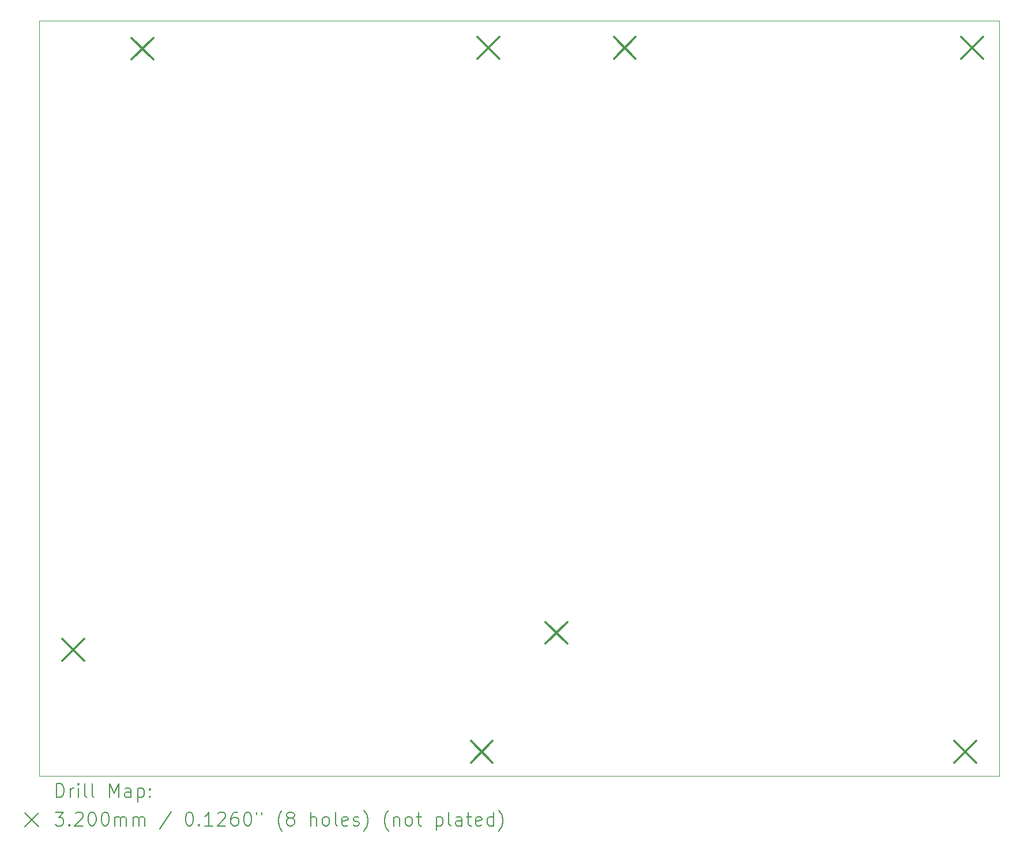
<source format=gbr>
%TF.GenerationSoftware,KiCad,Pcbnew,8.0.2-1*%
%TF.CreationDate,2024-05-10T10:04:37+02:00*%
%TF.ProjectId,sensei,73656e73-6569-42e6-9b69-6361645f7063,rev?*%
%TF.SameCoordinates,Original*%
%TF.FileFunction,Drillmap*%
%TF.FilePolarity,Positive*%
%FSLAX45Y45*%
G04 Gerber Fmt 4.5, Leading zero omitted, Abs format (unit mm)*
G04 Created by KiCad (PCBNEW 8.0.2-1) date 2024-05-10 10:04:37*
%MOMM*%
%LPD*%
G01*
G04 APERTURE LIST*
%ADD10C,0.100000*%
%ADD11C,0.200000*%
%ADD12C,0.320000*%
G04 APERTURE END LIST*
D10*
X5000000Y-5000000D02*
X19100000Y-5000000D01*
X19100000Y-16100000D01*
X5000000Y-16100000D01*
X5000000Y-5000000D01*
D11*
D12*
X5340000Y-14090000D02*
X5660000Y-14410000D01*
X5660000Y-14090000D02*
X5340000Y-14410000D01*
X6360000Y-5254000D02*
X6680000Y-5574000D01*
X6680000Y-5254000D02*
X6360000Y-5574000D01*
X11340000Y-15590000D02*
X11660000Y-15910000D01*
X11660000Y-15590000D02*
X11340000Y-15910000D01*
X11440000Y-5240000D02*
X11760000Y-5560000D01*
X11760000Y-5240000D02*
X11440000Y-5560000D01*
X12440000Y-13840000D02*
X12760000Y-14160000D01*
X12760000Y-13840000D02*
X12440000Y-14160000D01*
X13440000Y-5240000D02*
X13760000Y-5560000D01*
X13760000Y-5240000D02*
X13440000Y-5560000D01*
X18440000Y-15590000D02*
X18760000Y-15910000D01*
X18760000Y-15590000D02*
X18440000Y-15910000D01*
X18540000Y-5240000D02*
X18860000Y-5560000D01*
X18860000Y-5240000D02*
X18540000Y-5560000D01*
D11*
X5255777Y-16416484D02*
X5255777Y-16216484D01*
X5255777Y-16216484D02*
X5303396Y-16216484D01*
X5303396Y-16216484D02*
X5331967Y-16226008D01*
X5331967Y-16226008D02*
X5351015Y-16245055D01*
X5351015Y-16245055D02*
X5360539Y-16264103D01*
X5360539Y-16264103D02*
X5370063Y-16302198D01*
X5370063Y-16302198D02*
X5370063Y-16330769D01*
X5370063Y-16330769D02*
X5360539Y-16368865D01*
X5360539Y-16368865D02*
X5351015Y-16387912D01*
X5351015Y-16387912D02*
X5331967Y-16406960D01*
X5331967Y-16406960D02*
X5303396Y-16416484D01*
X5303396Y-16416484D02*
X5255777Y-16416484D01*
X5455777Y-16416484D02*
X5455777Y-16283150D01*
X5455777Y-16321246D02*
X5465301Y-16302198D01*
X5465301Y-16302198D02*
X5474824Y-16292674D01*
X5474824Y-16292674D02*
X5493872Y-16283150D01*
X5493872Y-16283150D02*
X5512920Y-16283150D01*
X5579586Y-16416484D02*
X5579586Y-16283150D01*
X5579586Y-16216484D02*
X5570063Y-16226008D01*
X5570063Y-16226008D02*
X5579586Y-16235531D01*
X5579586Y-16235531D02*
X5589110Y-16226008D01*
X5589110Y-16226008D02*
X5579586Y-16216484D01*
X5579586Y-16216484D02*
X5579586Y-16235531D01*
X5703396Y-16416484D02*
X5684348Y-16406960D01*
X5684348Y-16406960D02*
X5674824Y-16387912D01*
X5674824Y-16387912D02*
X5674824Y-16216484D01*
X5808158Y-16416484D02*
X5789110Y-16406960D01*
X5789110Y-16406960D02*
X5779586Y-16387912D01*
X5779586Y-16387912D02*
X5779586Y-16216484D01*
X6036729Y-16416484D02*
X6036729Y-16216484D01*
X6036729Y-16216484D02*
X6103396Y-16359341D01*
X6103396Y-16359341D02*
X6170062Y-16216484D01*
X6170062Y-16216484D02*
X6170062Y-16416484D01*
X6351015Y-16416484D02*
X6351015Y-16311722D01*
X6351015Y-16311722D02*
X6341491Y-16292674D01*
X6341491Y-16292674D02*
X6322443Y-16283150D01*
X6322443Y-16283150D02*
X6284348Y-16283150D01*
X6284348Y-16283150D02*
X6265301Y-16292674D01*
X6351015Y-16406960D02*
X6331967Y-16416484D01*
X6331967Y-16416484D02*
X6284348Y-16416484D01*
X6284348Y-16416484D02*
X6265301Y-16406960D01*
X6265301Y-16406960D02*
X6255777Y-16387912D01*
X6255777Y-16387912D02*
X6255777Y-16368865D01*
X6255777Y-16368865D02*
X6265301Y-16349817D01*
X6265301Y-16349817D02*
X6284348Y-16340293D01*
X6284348Y-16340293D02*
X6331967Y-16340293D01*
X6331967Y-16340293D02*
X6351015Y-16330769D01*
X6446253Y-16283150D02*
X6446253Y-16483150D01*
X6446253Y-16292674D02*
X6465301Y-16283150D01*
X6465301Y-16283150D02*
X6503396Y-16283150D01*
X6503396Y-16283150D02*
X6522443Y-16292674D01*
X6522443Y-16292674D02*
X6531967Y-16302198D01*
X6531967Y-16302198D02*
X6541491Y-16321246D01*
X6541491Y-16321246D02*
X6541491Y-16378388D01*
X6541491Y-16378388D02*
X6531967Y-16397436D01*
X6531967Y-16397436D02*
X6522443Y-16406960D01*
X6522443Y-16406960D02*
X6503396Y-16416484D01*
X6503396Y-16416484D02*
X6465301Y-16416484D01*
X6465301Y-16416484D02*
X6446253Y-16406960D01*
X6627205Y-16397436D02*
X6636729Y-16406960D01*
X6636729Y-16406960D02*
X6627205Y-16416484D01*
X6627205Y-16416484D02*
X6617682Y-16406960D01*
X6617682Y-16406960D02*
X6627205Y-16397436D01*
X6627205Y-16397436D02*
X6627205Y-16416484D01*
X6627205Y-16292674D02*
X6636729Y-16302198D01*
X6636729Y-16302198D02*
X6627205Y-16311722D01*
X6627205Y-16311722D02*
X6617682Y-16302198D01*
X6617682Y-16302198D02*
X6627205Y-16292674D01*
X6627205Y-16292674D02*
X6627205Y-16311722D01*
X4795000Y-16645000D02*
X4995000Y-16845000D01*
X4995000Y-16645000D02*
X4795000Y-16845000D01*
X5236729Y-16636484D02*
X5360539Y-16636484D01*
X5360539Y-16636484D02*
X5293872Y-16712674D01*
X5293872Y-16712674D02*
X5322444Y-16712674D01*
X5322444Y-16712674D02*
X5341491Y-16722198D01*
X5341491Y-16722198D02*
X5351015Y-16731722D01*
X5351015Y-16731722D02*
X5360539Y-16750769D01*
X5360539Y-16750769D02*
X5360539Y-16798389D01*
X5360539Y-16798389D02*
X5351015Y-16817436D01*
X5351015Y-16817436D02*
X5341491Y-16826960D01*
X5341491Y-16826960D02*
X5322444Y-16836484D01*
X5322444Y-16836484D02*
X5265301Y-16836484D01*
X5265301Y-16836484D02*
X5246253Y-16826960D01*
X5246253Y-16826960D02*
X5236729Y-16817436D01*
X5446253Y-16817436D02*
X5455777Y-16826960D01*
X5455777Y-16826960D02*
X5446253Y-16836484D01*
X5446253Y-16836484D02*
X5436729Y-16826960D01*
X5436729Y-16826960D02*
X5446253Y-16817436D01*
X5446253Y-16817436D02*
X5446253Y-16836484D01*
X5531967Y-16655531D02*
X5541491Y-16646008D01*
X5541491Y-16646008D02*
X5560539Y-16636484D01*
X5560539Y-16636484D02*
X5608158Y-16636484D01*
X5608158Y-16636484D02*
X5627205Y-16646008D01*
X5627205Y-16646008D02*
X5636729Y-16655531D01*
X5636729Y-16655531D02*
X5646253Y-16674579D01*
X5646253Y-16674579D02*
X5646253Y-16693627D01*
X5646253Y-16693627D02*
X5636729Y-16722198D01*
X5636729Y-16722198D02*
X5522444Y-16836484D01*
X5522444Y-16836484D02*
X5646253Y-16836484D01*
X5770062Y-16636484D02*
X5789110Y-16636484D01*
X5789110Y-16636484D02*
X5808158Y-16646008D01*
X5808158Y-16646008D02*
X5817682Y-16655531D01*
X5817682Y-16655531D02*
X5827205Y-16674579D01*
X5827205Y-16674579D02*
X5836729Y-16712674D01*
X5836729Y-16712674D02*
X5836729Y-16760293D01*
X5836729Y-16760293D02*
X5827205Y-16798389D01*
X5827205Y-16798389D02*
X5817682Y-16817436D01*
X5817682Y-16817436D02*
X5808158Y-16826960D01*
X5808158Y-16826960D02*
X5789110Y-16836484D01*
X5789110Y-16836484D02*
X5770062Y-16836484D01*
X5770062Y-16836484D02*
X5751015Y-16826960D01*
X5751015Y-16826960D02*
X5741491Y-16817436D01*
X5741491Y-16817436D02*
X5731967Y-16798389D01*
X5731967Y-16798389D02*
X5722443Y-16760293D01*
X5722443Y-16760293D02*
X5722443Y-16712674D01*
X5722443Y-16712674D02*
X5731967Y-16674579D01*
X5731967Y-16674579D02*
X5741491Y-16655531D01*
X5741491Y-16655531D02*
X5751015Y-16646008D01*
X5751015Y-16646008D02*
X5770062Y-16636484D01*
X5960539Y-16636484D02*
X5979586Y-16636484D01*
X5979586Y-16636484D02*
X5998634Y-16646008D01*
X5998634Y-16646008D02*
X6008158Y-16655531D01*
X6008158Y-16655531D02*
X6017682Y-16674579D01*
X6017682Y-16674579D02*
X6027205Y-16712674D01*
X6027205Y-16712674D02*
X6027205Y-16760293D01*
X6027205Y-16760293D02*
X6017682Y-16798389D01*
X6017682Y-16798389D02*
X6008158Y-16817436D01*
X6008158Y-16817436D02*
X5998634Y-16826960D01*
X5998634Y-16826960D02*
X5979586Y-16836484D01*
X5979586Y-16836484D02*
X5960539Y-16836484D01*
X5960539Y-16836484D02*
X5941491Y-16826960D01*
X5941491Y-16826960D02*
X5931967Y-16817436D01*
X5931967Y-16817436D02*
X5922443Y-16798389D01*
X5922443Y-16798389D02*
X5912920Y-16760293D01*
X5912920Y-16760293D02*
X5912920Y-16712674D01*
X5912920Y-16712674D02*
X5922443Y-16674579D01*
X5922443Y-16674579D02*
X5931967Y-16655531D01*
X5931967Y-16655531D02*
X5941491Y-16646008D01*
X5941491Y-16646008D02*
X5960539Y-16636484D01*
X6112920Y-16836484D02*
X6112920Y-16703150D01*
X6112920Y-16722198D02*
X6122443Y-16712674D01*
X6122443Y-16712674D02*
X6141491Y-16703150D01*
X6141491Y-16703150D02*
X6170063Y-16703150D01*
X6170063Y-16703150D02*
X6189110Y-16712674D01*
X6189110Y-16712674D02*
X6198634Y-16731722D01*
X6198634Y-16731722D02*
X6198634Y-16836484D01*
X6198634Y-16731722D02*
X6208158Y-16712674D01*
X6208158Y-16712674D02*
X6227205Y-16703150D01*
X6227205Y-16703150D02*
X6255777Y-16703150D01*
X6255777Y-16703150D02*
X6274824Y-16712674D01*
X6274824Y-16712674D02*
X6284348Y-16731722D01*
X6284348Y-16731722D02*
X6284348Y-16836484D01*
X6379586Y-16836484D02*
X6379586Y-16703150D01*
X6379586Y-16722198D02*
X6389110Y-16712674D01*
X6389110Y-16712674D02*
X6408158Y-16703150D01*
X6408158Y-16703150D02*
X6436729Y-16703150D01*
X6436729Y-16703150D02*
X6455777Y-16712674D01*
X6455777Y-16712674D02*
X6465301Y-16731722D01*
X6465301Y-16731722D02*
X6465301Y-16836484D01*
X6465301Y-16731722D02*
X6474824Y-16712674D01*
X6474824Y-16712674D02*
X6493872Y-16703150D01*
X6493872Y-16703150D02*
X6522443Y-16703150D01*
X6522443Y-16703150D02*
X6541491Y-16712674D01*
X6541491Y-16712674D02*
X6551015Y-16731722D01*
X6551015Y-16731722D02*
X6551015Y-16836484D01*
X6941491Y-16626960D02*
X6770063Y-16884103D01*
X7198634Y-16636484D02*
X7217682Y-16636484D01*
X7217682Y-16636484D02*
X7236729Y-16646008D01*
X7236729Y-16646008D02*
X7246253Y-16655531D01*
X7246253Y-16655531D02*
X7255777Y-16674579D01*
X7255777Y-16674579D02*
X7265301Y-16712674D01*
X7265301Y-16712674D02*
X7265301Y-16760293D01*
X7265301Y-16760293D02*
X7255777Y-16798389D01*
X7255777Y-16798389D02*
X7246253Y-16817436D01*
X7246253Y-16817436D02*
X7236729Y-16826960D01*
X7236729Y-16826960D02*
X7217682Y-16836484D01*
X7217682Y-16836484D02*
X7198634Y-16836484D01*
X7198634Y-16836484D02*
X7179586Y-16826960D01*
X7179586Y-16826960D02*
X7170063Y-16817436D01*
X7170063Y-16817436D02*
X7160539Y-16798389D01*
X7160539Y-16798389D02*
X7151015Y-16760293D01*
X7151015Y-16760293D02*
X7151015Y-16712674D01*
X7151015Y-16712674D02*
X7160539Y-16674579D01*
X7160539Y-16674579D02*
X7170063Y-16655531D01*
X7170063Y-16655531D02*
X7179586Y-16646008D01*
X7179586Y-16646008D02*
X7198634Y-16636484D01*
X7351015Y-16817436D02*
X7360539Y-16826960D01*
X7360539Y-16826960D02*
X7351015Y-16836484D01*
X7351015Y-16836484D02*
X7341491Y-16826960D01*
X7341491Y-16826960D02*
X7351015Y-16817436D01*
X7351015Y-16817436D02*
X7351015Y-16836484D01*
X7551015Y-16836484D02*
X7436729Y-16836484D01*
X7493872Y-16836484D02*
X7493872Y-16636484D01*
X7493872Y-16636484D02*
X7474825Y-16665055D01*
X7474825Y-16665055D02*
X7455777Y-16684103D01*
X7455777Y-16684103D02*
X7436729Y-16693627D01*
X7627206Y-16655531D02*
X7636729Y-16646008D01*
X7636729Y-16646008D02*
X7655777Y-16636484D01*
X7655777Y-16636484D02*
X7703396Y-16636484D01*
X7703396Y-16636484D02*
X7722444Y-16646008D01*
X7722444Y-16646008D02*
X7731967Y-16655531D01*
X7731967Y-16655531D02*
X7741491Y-16674579D01*
X7741491Y-16674579D02*
X7741491Y-16693627D01*
X7741491Y-16693627D02*
X7731967Y-16722198D01*
X7731967Y-16722198D02*
X7617682Y-16836484D01*
X7617682Y-16836484D02*
X7741491Y-16836484D01*
X7912920Y-16636484D02*
X7874825Y-16636484D01*
X7874825Y-16636484D02*
X7855777Y-16646008D01*
X7855777Y-16646008D02*
X7846253Y-16655531D01*
X7846253Y-16655531D02*
X7827206Y-16684103D01*
X7827206Y-16684103D02*
X7817682Y-16722198D01*
X7817682Y-16722198D02*
X7817682Y-16798389D01*
X7817682Y-16798389D02*
X7827206Y-16817436D01*
X7827206Y-16817436D02*
X7836729Y-16826960D01*
X7836729Y-16826960D02*
X7855777Y-16836484D01*
X7855777Y-16836484D02*
X7893872Y-16836484D01*
X7893872Y-16836484D02*
X7912920Y-16826960D01*
X7912920Y-16826960D02*
X7922444Y-16817436D01*
X7922444Y-16817436D02*
X7931967Y-16798389D01*
X7931967Y-16798389D02*
X7931967Y-16750769D01*
X7931967Y-16750769D02*
X7922444Y-16731722D01*
X7922444Y-16731722D02*
X7912920Y-16722198D01*
X7912920Y-16722198D02*
X7893872Y-16712674D01*
X7893872Y-16712674D02*
X7855777Y-16712674D01*
X7855777Y-16712674D02*
X7836729Y-16722198D01*
X7836729Y-16722198D02*
X7827206Y-16731722D01*
X7827206Y-16731722D02*
X7817682Y-16750769D01*
X8055777Y-16636484D02*
X8074825Y-16636484D01*
X8074825Y-16636484D02*
X8093872Y-16646008D01*
X8093872Y-16646008D02*
X8103396Y-16655531D01*
X8103396Y-16655531D02*
X8112920Y-16674579D01*
X8112920Y-16674579D02*
X8122444Y-16712674D01*
X8122444Y-16712674D02*
X8122444Y-16760293D01*
X8122444Y-16760293D02*
X8112920Y-16798389D01*
X8112920Y-16798389D02*
X8103396Y-16817436D01*
X8103396Y-16817436D02*
X8093872Y-16826960D01*
X8093872Y-16826960D02*
X8074825Y-16836484D01*
X8074825Y-16836484D02*
X8055777Y-16836484D01*
X8055777Y-16836484D02*
X8036729Y-16826960D01*
X8036729Y-16826960D02*
X8027206Y-16817436D01*
X8027206Y-16817436D02*
X8017682Y-16798389D01*
X8017682Y-16798389D02*
X8008158Y-16760293D01*
X8008158Y-16760293D02*
X8008158Y-16712674D01*
X8008158Y-16712674D02*
X8017682Y-16674579D01*
X8017682Y-16674579D02*
X8027206Y-16655531D01*
X8027206Y-16655531D02*
X8036729Y-16646008D01*
X8036729Y-16646008D02*
X8055777Y-16636484D01*
X8198634Y-16636484D02*
X8198634Y-16674579D01*
X8274825Y-16636484D02*
X8274825Y-16674579D01*
X8570063Y-16912674D02*
X8560539Y-16903150D01*
X8560539Y-16903150D02*
X8541491Y-16874579D01*
X8541491Y-16874579D02*
X8531968Y-16855531D01*
X8531968Y-16855531D02*
X8522444Y-16826960D01*
X8522444Y-16826960D02*
X8512920Y-16779341D01*
X8512920Y-16779341D02*
X8512920Y-16741246D01*
X8512920Y-16741246D02*
X8522444Y-16693627D01*
X8522444Y-16693627D02*
X8531968Y-16665055D01*
X8531968Y-16665055D02*
X8541491Y-16646008D01*
X8541491Y-16646008D02*
X8560539Y-16617436D01*
X8560539Y-16617436D02*
X8570063Y-16607912D01*
X8674825Y-16722198D02*
X8655777Y-16712674D01*
X8655777Y-16712674D02*
X8646253Y-16703150D01*
X8646253Y-16703150D02*
X8636730Y-16684103D01*
X8636730Y-16684103D02*
X8636730Y-16674579D01*
X8636730Y-16674579D02*
X8646253Y-16655531D01*
X8646253Y-16655531D02*
X8655777Y-16646008D01*
X8655777Y-16646008D02*
X8674825Y-16636484D01*
X8674825Y-16636484D02*
X8712920Y-16636484D01*
X8712920Y-16636484D02*
X8731968Y-16646008D01*
X8731968Y-16646008D02*
X8741491Y-16655531D01*
X8741491Y-16655531D02*
X8751015Y-16674579D01*
X8751015Y-16674579D02*
X8751015Y-16684103D01*
X8751015Y-16684103D02*
X8741491Y-16703150D01*
X8741491Y-16703150D02*
X8731968Y-16712674D01*
X8731968Y-16712674D02*
X8712920Y-16722198D01*
X8712920Y-16722198D02*
X8674825Y-16722198D01*
X8674825Y-16722198D02*
X8655777Y-16731722D01*
X8655777Y-16731722D02*
X8646253Y-16741246D01*
X8646253Y-16741246D02*
X8636730Y-16760293D01*
X8636730Y-16760293D02*
X8636730Y-16798389D01*
X8636730Y-16798389D02*
X8646253Y-16817436D01*
X8646253Y-16817436D02*
X8655777Y-16826960D01*
X8655777Y-16826960D02*
X8674825Y-16836484D01*
X8674825Y-16836484D02*
X8712920Y-16836484D01*
X8712920Y-16836484D02*
X8731968Y-16826960D01*
X8731968Y-16826960D02*
X8741491Y-16817436D01*
X8741491Y-16817436D02*
X8751015Y-16798389D01*
X8751015Y-16798389D02*
X8751015Y-16760293D01*
X8751015Y-16760293D02*
X8741491Y-16741246D01*
X8741491Y-16741246D02*
X8731968Y-16731722D01*
X8731968Y-16731722D02*
X8712920Y-16722198D01*
X8989111Y-16836484D02*
X8989111Y-16636484D01*
X9074825Y-16836484D02*
X9074825Y-16731722D01*
X9074825Y-16731722D02*
X9065301Y-16712674D01*
X9065301Y-16712674D02*
X9046253Y-16703150D01*
X9046253Y-16703150D02*
X9017682Y-16703150D01*
X9017682Y-16703150D02*
X8998634Y-16712674D01*
X8998634Y-16712674D02*
X8989111Y-16722198D01*
X9198634Y-16836484D02*
X9179587Y-16826960D01*
X9179587Y-16826960D02*
X9170063Y-16817436D01*
X9170063Y-16817436D02*
X9160539Y-16798389D01*
X9160539Y-16798389D02*
X9160539Y-16741246D01*
X9160539Y-16741246D02*
X9170063Y-16722198D01*
X9170063Y-16722198D02*
X9179587Y-16712674D01*
X9179587Y-16712674D02*
X9198634Y-16703150D01*
X9198634Y-16703150D02*
X9227206Y-16703150D01*
X9227206Y-16703150D02*
X9246253Y-16712674D01*
X9246253Y-16712674D02*
X9255777Y-16722198D01*
X9255777Y-16722198D02*
X9265301Y-16741246D01*
X9265301Y-16741246D02*
X9265301Y-16798389D01*
X9265301Y-16798389D02*
X9255777Y-16817436D01*
X9255777Y-16817436D02*
X9246253Y-16826960D01*
X9246253Y-16826960D02*
X9227206Y-16836484D01*
X9227206Y-16836484D02*
X9198634Y-16836484D01*
X9379587Y-16836484D02*
X9360539Y-16826960D01*
X9360539Y-16826960D02*
X9351015Y-16807912D01*
X9351015Y-16807912D02*
X9351015Y-16636484D01*
X9531968Y-16826960D02*
X9512920Y-16836484D01*
X9512920Y-16836484D02*
X9474825Y-16836484D01*
X9474825Y-16836484D02*
X9455777Y-16826960D01*
X9455777Y-16826960D02*
X9446253Y-16807912D01*
X9446253Y-16807912D02*
X9446253Y-16731722D01*
X9446253Y-16731722D02*
X9455777Y-16712674D01*
X9455777Y-16712674D02*
X9474825Y-16703150D01*
X9474825Y-16703150D02*
X9512920Y-16703150D01*
X9512920Y-16703150D02*
X9531968Y-16712674D01*
X9531968Y-16712674D02*
X9541492Y-16731722D01*
X9541492Y-16731722D02*
X9541492Y-16750769D01*
X9541492Y-16750769D02*
X9446253Y-16769817D01*
X9617682Y-16826960D02*
X9636730Y-16836484D01*
X9636730Y-16836484D02*
X9674825Y-16836484D01*
X9674825Y-16836484D02*
X9693873Y-16826960D01*
X9693873Y-16826960D02*
X9703396Y-16807912D01*
X9703396Y-16807912D02*
X9703396Y-16798389D01*
X9703396Y-16798389D02*
X9693873Y-16779341D01*
X9693873Y-16779341D02*
X9674825Y-16769817D01*
X9674825Y-16769817D02*
X9646253Y-16769817D01*
X9646253Y-16769817D02*
X9627206Y-16760293D01*
X9627206Y-16760293D02*
X9617682Y-16741246D01*
X9617682Y-16741246D02*
X9617682Y-16731722D01*
X9617682Y-16731722D02*
X9627206Y-16712674D01*
X9627206Y-16712674D02*
X9646253Y-16703150D01*
X9646253Y-16703150D02*
X9674825Y-16703150D01*
X9674825Y-16703150D02*
X9693873Y-16712674D01*
X9770063Y-16912674D02*
X9779587Y-16903150D01*
X9779587Y-16903150D02*
X9798634Y-16874579D01*
X9798634Y-16874579D02*
X9808158Y-16855531D01*
X9808158Y-16855531D02*
X9817682Y-16826960D01*
X9817682Y-16826960D02*
X9827206Y-16779341D01*
X9827206Y-16779341D02*
X9827206Y-16741246D01*
X9827206Y-16741246D02*
X9817682Y-16693627D01*
X9817682Y-16693627D02*
X9808158Y-16665055D01*
X9808158Y-16665055D02*
X9798634Y-16646008D01*
X9798634Y-16646008D02*
X9779587Y-16617436D01*
X9779587Y-16617436D02*
X9770063Y-16607912D01*
X10131968Y-16912674D02*
X10122444Y-16903150D01*
X10122444Y-16903150D02*
X10103396Y-16874579D01*
X10103396Y-16874579D02*
X10093873Y-16855531D01*
X10093873Y-16855531D02*
X10084349Y-16826960D01*
X10084349Y-16826960D02*
X10074825Y-16779341D01*
X10074825Y-16779341D02*
X10074825Y-16741246D01*
X10074825Y-16741246D02*
X10084349Y-16693627D01*
X10084349Y-16693627D02*
X10093873Y-16665055D01*
X10093873Y-16665055D02*
X10103396Y-16646008D01*
X10103396Y-16646008D02*
X10122444Y-16617436D01*
X10122444Y-16617436D02*
X10131968Y-16607912D01*
X10208158Y-16703150D02*
X10208158Y-16836484D01*
X10208158Y-16722198D02*
X10217682Y-16712674D01*
X10217682Y-16712674D02*
X10236730Y-16703150D01*
X10236730Y-16703150D02*
X10265301Y-16703150D01*
X10265301Y-16703150D02*
X10284349Y-16712674D01*
X10284349Y-16712674D02*
X10293873Y-16731722D01*
X10293873Y-16731722D02*
X10293873Y-16836484D01*
X10417682Y-16836484D02*
X10398634Y-16826960D01*
X10398634Y-16826960D02*
X10389111Y-16817436D01*
X10389111Y-16817436D02*
X10379587Y-16798389D01*
X10379587Y-16798389D02*
X10379587Y-16741246D01*
X10379587Y-16741246D02*
X10389111Y-16722198D01*
X10389111Y-16722198D02*
X10398634Y-16712674D01*
X10398634Y-16712674D02*
X10417682Y-16703150D01*
X10417682Y-16703150D02*
X10446254Y-16703150D01*
X10446254Y-16703150D02*
X10465301Y-16712674D01*
X10465301Y-16712674D02*
X10474825Y-16722198D01*
X10474825Y-16722198D02*
X10484349Y-16741246D01*
X10484349Y-16741246D02*
X10484349Y-16798389D01*
X10484349Y-16798389D02*
X10474825Y-16817436D01*
X10474825Y-16817436D02*
X10465301Y-16826960D01*
X10465301Y-16826960D02*
X10446254Y-16836484D01*
X10446254Y-16836484D02*
X10417682Y-16836484D01*
X10541492Y-16703150D02*
X10617682Y-16703150D01*
X10570063Y-16636484D02*
X10570063Y-16807912D01*
X10570063Y-16807912D02*
X10579587Y-16826960D01*
X10579587Y-16826960D02*
X10598634Y-16836484D01*
X10598634Y-16836484D02*
X10617682Y-16836484D01*
X10836730Y-16703150D02*
X10836730Y-16903150D01*
X10836730Y-16712674D02*
X10855777Y-16703150D01*
X10855777Y-16703150D02*
X10893873Y-16703150D01*
X10893873Y-16703150D02*
X10912920Y-16712674D01*
X10912920Y-16712674D02*
X10922444Y-16722198D01*
X10922444Y-16722198D02*
X10931968Y-16741246D01*
X10931968Y-16741246D02*
X10931968Y-16798389D01*
X10931968Y-16798389D02*
X10922444Y-16817436D01*
X10922444Y-16817436D02*
X10912920Y-16826960D01*
X10912920Y-16826960D02*
X10893873Y-16836484D01*
X10893873Y-16836484D02*
X10855777Y-16836484D01*
X10855777Y-16836484D02*
X10836730Y-16826960D01*
X11046254Y-16836484D02*
X11027206Y-16826960D01*
X11027206Y-16826960D02*
X11017682Y-16807912D01*
X11017682Y-16807912D02*
X11017682Y-16636484D01*
X11208158Y-16836484D02*
X11208158Y-16731722D01*
X11208158Y-16731722D02*
X11198634Y-16712674D01*
X11198634Y-16712674D02*
X11179587Y-16703150D01*
X11179587Y-16703150D02*
X11141492Y-16703150D01*
X11141492Y-16703150D02*
X11122444Y-16712674D01*
X11208158Y-16826960D02*
X11189111Y-16836484D01*
X11189111Y-16836484D02*
X11141492Y-16836484D01*
X11141492Y-16836484D02*
X11122444Y-16826960D01*
X11122444Y-16826960D02*
X11112920Y-16807912D01*
X11112920Y-16807912D02*
X11112920Y-16788865D01*
X11112920Y-16788865D02*
X11122444Y-16769817D01*
X11122444Y-16769817D02*
X11141492Y-16760293D01*
X11141492Y-16760293D02*
X11189111Y-16760293D01*
X11189111Y-16760293D02*
X11208158Y-16750769D01*
X11274825Y-16703150D02*
X11351015Y-16703150D01*
X11303396Y-16636484D02*
X11303396Y-16807912D01*
X11303396Y-16807912D02*
X11312920Y-16826960D01*
X11312920Y-16826960D02*
X11331968Y-16836484D01*
X11331968Y-16836484D02*
X11351015Y-16836484D01*
X11493873Y-16826960D02*
X11474825Y-16836484D01*
X11474825Y-16836484D02*
X11436730Y-16836484D01*
X11436730Y-16836484D02*
X11417682Y-16826960D01*
X11417682Y-16826960D02*
X11408158Y-16807912D01*
X11408158Y-16807912D02*
X11408158Y-16731722D01*
X11408158Y-16731722D02*
X11417682Y-16712674D01*
X11417682Y-16712674D02*
X11436730Y-16703150D01*
X11436730Y-16703150D02*
X11474825Y-16703150D01*
X11474825Y-16703150D02*
X11493873Y-16712674D01*
X11493873Y-16712674D02*
X11503396Y-16731722D01*
X11503396Y-16731722D02*
X11503396Y-16750769D01*
X11503396Y-16750769D02*
X11408158Y-16769817D01*
X11674825Y-16836484D02*
X11674825Y-16636484D01*
X11674825Y-16826960D02*
X11655777Y-16836484D01*
X11655777Y-16836484D02*
X11617682Y-16836484D01*
X11617682Y-16836484D02*
X11598634Y-16826960D01*
X11598634Y-16826960D02*
X11589111Y-16817436D01*
X11589111Y-16817436D02*
X11579587Y-16798389D01*
X11579587Y-16798389D02*
X11579587Y-16741246D01*
X11579587Y-16741246D02*
X11589111Y-16722198D01*
X11589111Y-16722198D02*
X11598634Y-16712674D01*
X11598634Y-16712674D02*
X11617682Y-16703150D01*
X11617682Y-16703150D02*
X11655777Y-16703150D01*
X11655777Y-16703150D02*
X11674825Y-16712674D01*
X11751015Y-16912674D02*
X11760539Y-16903150D01*
X11760539Y-16903150D02*
X11779587Y-16874579D01*
X11779587Y-16874579D02*
X11789111Y-16855531D01*
X11789111Y-16855531D02*
X11798634Y-16826960D01*
X11798634Y-16826960D02*
X11808158Y-16779341D01*
X11808158Y-16779341D02*
X11808158Y-16741246D01*
X11808158Y-16741246D02*
X11798634Y-16693627D01*
X11798634Y-16693627D02*
X11789111Y-16665055D01*
X11789111Y-16665055D02*
X11779587Y-16646008D01*
X11779587Y-16646008D02*
X11760539Y-16617436D01*
X11760539Y-16617436D02*
X11751015Y-16607912D01*
M02*

</source>
